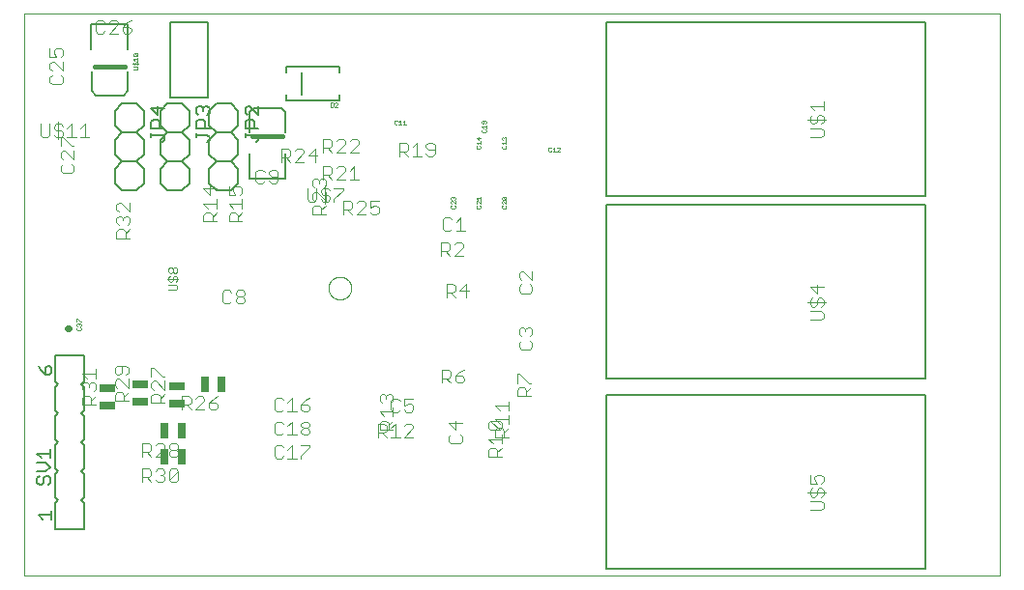
<source format=gto>
G75*
%MOIN*%
%OFA0B0*%
%FSLAX25Y25*%
%IPPOS*%
%LPD*%
%AMOC8*
5,1,8,0,0,1.08239X$1,22.5*
%
%ADD10C,0.00000*%
%ADD11C,0.00400*%
%ADD12C,0.00100*%
%ADD13C,0.00800*%
%ADD14C,0.01575*%
%ADD15C,0.00600*%
%ADD16C,0.00500*%
%ADD17R,0.02559X0.05512*%
%ADD18R,0.05512X0.02559*%
%ADD19C,0.00300*%
%ADD20C,0.02200*%
D10*
X0047976Y0001000D02*
X0047976Y0195000D01*
X0384226Y0195000D01*
X0384226Y0001000D01*
X0047976Y0001000D01*
X0152789Y0100375D02*
X0152791Y0100500D01*
X0152797Y0100625D01*
X0152807Y0100749D01*
X0152821Y0100873D01*
X0152838Y0100997D01*
X0152860Y0101120D01*
X0152886Y0101242D01*
X0152915Y0101364D01*
X0152948Y0101484D01*
X0152986Y0101603D01*
X0153026Y0101722D01*
X0153071Y0101838D01*
X0153119Y0101953D01*
X0153171Y0102067D01*
X0153227Y0102179D01*
X0153286Y0102289D01*
X0153348Y0102397D01*
X0153414Y0102504D01*
X0153483Y0102608D01*
X0153556Y0102709D01*
X0153631Y0102809D01*
X0153710Y0102906D01*
X0153792Y0103000D01*
X0153877Y0103092D01*
X0153964Y0103181D01*
X0154055Y0103267D01*
X0154148Y0103350D01*
X0154244Y0103431D01*
X0154342Y0103508D01*
X0154442Y0103582D01*
X0154545Y0103653D01*
X0154650Y0103720D01*
X0154758Y0103785D01*
X0154867Y0103845D01*
X0154978Y0103903D01*
X0155091Y0103956D01*
X0155205Y0104006D01*
X0155321Y0104053D01*
X0155438Y0104095D01*
X0155557Y0104134D01*
X0155677Y0104170D01*
X0155798Y0104201D01*
X0155920Y0104229D01*
X0156042Y0104252D01*
X0156166Y0104272D01*
X0156290Y0104288D01*
X0156414Y0104300D01*
X0156539Y0104308D01*
X0156664Y0104312D01*
X0156788Y0104312D01*
X0156913Y0104308D01*
X0157038Y0104300D01*
X0157162Y0104288D01*
X0157286Y0104272D01*
X0157410Y0104252D01*
X0157532Y0104229D01*
X0157654Y0104201D01*
X0157775Y0104170D01*
X0157895Y0104134D01*
X0158014Y0104095D01*
X0158131Y0104053D01*
X0158247Y0104006D01*
X0158361Y0103956D01*
X0158474Y0103903D01*
X0158585Y0103845D01*
X0158695Y0103785D01*
X0158802Y0103720D01*
X0158907Y0103653D01*
X0159010Y0103582D01*
X0159110Y0103508D01*
X0159208Y0103431D01*
X0159304Y0103350D01*
X0159397Y0103267D01*
X0159488Y0103181D01*
X0159575Y0103092D01*
X0159660Y0103000D01*
X0159742Y0102906D01*
X0159821Y0102809D01*
X0159896Y0102709D01*
X0159969Y0102608D01*
X0160038Y0102504D01*
X0160104Y0102397D01*
X0160166Y0102289D01*
X0160225Y0102179D01*
X0160281Y0102067D01*
X0160333Y0101953D01*
X0160381Y0101838D01*
X0160426Y0101722D01*
X0160466Y0101603D01*
X0160504Y0101484D01*
X0160537Y0101364D01*
X0160566Y0101242D01*
X0160592Y0101120D01*
X0160614Y0100997D01*
X0160631Y0100873D01*
X0160645Y0100749D01*
X0160655Y0100625D01*
X0160661Y0100500D01*
X0160663Y0100375D01*
X0160661Y0100250D01*
X0160655Y0100125D01*
X0160645Y0100001D01*
X0160631Y0099877D01*
X0160614Y0099753D01*
X0160592Y0099630D01*
X0160566Y0099508D01*
X0160537Y0099386D01*
X0160504Y0099266D01*
X0160466Y0099147D01*
X0160426Y0099028D01*
X0160381Y0098912D01*
X0160333Y0098797D01*
X0160281Y0098683D01*
X0160225Y0098571D01*
X0160166Y0098461D01*
X0160104Y0098353D01*
X0160038Y0098246D01*
X0159969Y0098142D01*
X0159896Y0098041D01*
X0159821Y0097941D01*
X0159742Y0097844D01*
X0159660Y0097750D01*
X0159575Y0097658D01*
X0159488Y0097569D01*
X0159397Y0097483D01*
X0159304Y0097400D01*
X0159208Y0097319D01*
X0159110Y0097242D01*
X0159010Y0097168D01*
X0158907Y0097097D01*
X0158802Y0097030D01*
X0158694Y0096965D01*
X0158585Y0096905D01*
X0158474Y0096847D01*
X0158361Y0096794D01*
X0158247Y0096744D01*
X0158131Y0096697D01*
X0158014Y0096655D01*
X0157895Y0096616D01*
X0157775Y0096580D01*
X0157654Y0096549D01*
X0157532Y0096521D01*
X0157410Y0096498D01*
X0157286Y0096478D01*
X0157162Y0096462D01*
X0157038Y0096450D01*
X0156913Y0096442D01*
X0156788Y0096438D01*
X0156664Y0096438D01*
X0156539Y0096442D01*
X0156414Y0096450D01*
X0156290Y0096462D01*
X0156166Y0096478D01*
X0156042Y0096498D01*
X0155920Y0096521D01*
X0155798Y0096549D01*
X0155677Y0096580D01*
X0155557Y0096616D01*
X0155438Y0096655D01*
X0155321Y0096697D01*
X0155205Y0096744D01*
X0155091Y0096794D01*
X0154978Y0096847D01*
X0154867Y0096905D01*
X0154757Y0096965D01*
X0154650Y0097030D01*
X0154545Y0097097D01*
X0154442Y0097168D01*
X0154342Y0097242D01*
X0154244Y0097319D01*
X0154148Y0097400D01*
X0154055Y0097483D01*
X0153964Y0097569D01*
X0153877Y0097658D01*
X0153792Y0097750D01*
X0153710Y0097844D01*
X0153631Y0097941D01*
X0153556Y0098041D01*
X0153483Y0098142D01*
X0153414Y0098246D01*
X0153348Y0098353D01*
X0153286Y0098461D01*
X0153227Y0098571D01*
X0153171Y0098683D01*
X0153119Y0098797D01*
X0153071Y0098912D01*
X0153026Y0099028D01*
X0152986Y0099147D01*
X0152948Y0099266D01*
X0152915Y0099386D01*
X0152886Y0099508D01*
X0152860Y0099630D01*
X0152838Y0099753D01*
X0152821Y0099877D01*
X0152807Y0100001D01*
X0152797Y0100125D01*
X0152791Y0100250D01*
X0152789Y0100375D01*
D11*
X0123891Y0098912D02*
X0123891Y0098144D01*
X0123124Y0097377D01*
X0121589Y0097377D01*
X0120822Y0098144D01*
X0120822Y0098912D01*
X0121589Y0099679D01*
X0123124Y0099679D01*
X0123891Y0098912D01*
X0123124Y0097377D02*
X0123891Y0096610D01*
X0123891Y0095842D01*
X0123124Y0095075D01*
X0121589Y0095075D01*
X0120822Y0095842D01*
X0120822Y0096610D01*
X0121589Y0097377D01*
X0119287Y0098912D02*
X0118520Y0099679D01*
X0116985Y0099679D01*
X0116218Y0098912D01*
X0116218Y0095842D01*
X0116985Y0095075D01*
X0118520Y0095075D01*
X0119287Y0095842D01*
X0095508Y0069908D02*
X0092439Y0072977D01*
X0091672Y0072977D01*
X0091672Y0069908D01*
X0092439Y0068373D02*
X0091672Y0067606D01*
X0091672Y0066071D01*
X0092439Y0065304D01*
X0092439Y0063769D02*
X0093974Y0063769D01*
X0094741Y0063002D01*
X0094741Y0060700D01*
X0094741Y0062235D02*
X0096276Y0063769D01*
X0096276Y0065304D02*
X0093206Y0068373D01*
X0092439Y0068373D01*
X0095508Y0069908D02*
X0096276Y0069908D01*
X0096276Y0068373D02*
X0096276Y0065304D01*
X0092439Y0063769D02*
X0091672Y0063002D01*
X0091672Y0060700D01*
X0096276Y0060700D01*
X0102364Y0059985D02*
X0104666Y0059985D01*
X0105433Y0060752D01*
X0105433Y0062287D01*
X0104666Y0063054D01*
X0102364Y0063054D01*
X0102364Y0058450D01*
X0103899Y0059985D02*
X0105433Y0058450D01*
X0106968Y0058450D02*
X0110037Y0061519D01*
X0110037Y0062287D01*
X0109270Y0063054D01*
X0107735Y0063054D01*
X0106968Y0062287D01*
X0111572Y0060752D02*
X0113874Y0060752D01*
X0114641Y0059985D01*
X0114641Y0059217D01*
X0113874Y0058450D01*
X0112339Y0058450D01*
X0111572Y0059217D01*
X0111572Y0060752D01*
X0113106Y0062287D01*
X0114641Y0063054D01*
X0110037Y0058450D02*
X0106968Y0058450D01*
X0100124Y0046804D02*
X0100891Y0046037D01*
X0100891Y0045269D01*
X0100124Y0044502D01*
X0098589Y0044502D01*
X0097822Y0045269D01*
X0097822Y0046037D01*
X0098589Y0046804D01*
X0100124Y0046804D01*
X0100124Y0044502D02*
X0100891Y0043735D01*
X0100891Y0042967D01*
X0100124Y0042200D01*
X0098589Y0042200D01*
X0097822Y0042967D01*
X0097822Y0043735D01*
X0098589Y0044502D01*
X0096287Y0045269D02*
X0093218Y0042200D01*
X0096287Y0042200D01*
X0091683Y0042200D02*
X0090149Y0043735D01*
X0090916Y0043735D02*
X0088614Y0043735D01*
X0088614Y0042200D02*
X0088614Y0046804D01*
X0090916Y0046804D01*
X0091683Y0046037D01*
X0091683Y0044502D01*
X0090916Y0043735D01*
X0093218Y0046037D02*
X0093985Y0046804D01*
X0095520Y0046804D01*
X0096287Y0046037D01*
X0096287Y0045269D01*
X0095520Y0038054D02*
X0096287Y0037287D01*
X0096287Y0036519D01*
X0095520Y0035752D01*
X0096287Y0034985D01*
X0096287Y0034217D01*
X0095520Y0033450D01*
X0093985Y0033450D01*
X0093218Y0034217D01*
X0091683Y0033450D02*
X0090149Y0034985D01*
X0090916Y0034985D02*
X0088614Y0034985D01*
X0088614Y0033450D02*
X0088614Y0038054D01*
X0090916Y0038054D01*
X0091683Y0037287D01*
X0091683Y0035752D01*
X0090916Y0034985D01*
X0094752Y0035752D02*
X0095520Y0035752D01*
X0095520Y0038054D02*
X0093985Y0038054D01*
X0093218Y0037287D01*
X0097822Y0037287D02*
X0098589Y0038054D01*
X0100124Y0038054D01*
X0100891Y0037287D01*
X0097822Y0034217D01*
X0098589Y0033450D01*
X0100124Y0033450D01*
X0100891Y0034217D01*
X0100891Y0037287D01*
X0097822Y0037287D02*
X0097822Y0034217D01*
X0134114Y0042342D02*
X0134881Y0041575D01*
X0136416Y0041575D01*
X0137183Y0042342D01*
X0138718Y0041575D02*
X0141787Y0041575D01*
X0140252Y0041575D02*
X0140252Y0046179D01*
X0138718Y0044644D01*
X0137183Y0045412D02*
X0136416Y0046179D01*
X0134881Y0046179D01*
X0134114Y0045412D01*
X0134114Y0042342D01*
X0143322Y0042342D02*
X0143322Y0041575D01*
X0143322Y0042342D02*
X0146391Y0045412D01*
X0146391Y0046179D01*
X0143322Y0046179D01*
X0144089Y0049700D02*
X0143322Y0050467D01*
X0143322Y0051235D01*
X0144089Y0052002D01*
X0145624Y0052002D01*
X0146391Y0051235D01*
X0146391Y0050467D01*
X0145624Y0049700D01*
X0144089Y0049700D01*
X0141787Y0049700D02*
X0138718Y0049700D01*
X0140252Y0049700D02*
X0140252Y0054304D01*
X0138718Y0052769D01*
X0137183Y0053537D02*
X0136416Y0054304D01*
X0134881Y0054304D01*
X0134114Y0053537D01*
X0134114Y0050467D01*
X0134881Y0049700D01*
X0136416Y0049700D01*
X0137183Y0050467D01*
X0143322Y0052769D02*
X0143322Y0053537D01*
X0144089Y0054304D01*
X0145624Y0054304D01*
X0146391Y0053537D01*
X0146391Y0052769D01*
X0145624Y0052002D01*
X0144089Y0052002D02*
X0143322Y0052769D01*
X0144089Y0057825D02*
X0145624Y0057825D01*
X0146391Y0058592D01*
X0146391Y0059360D01*
X0145624Y0060127D01*
X0143322Y0060127D01*
X0143322Y0058592D01*
X0144089Y0057825D01*
X0141787Y0057825D02*
X0138718Y0057825D01*
X0140252Y0057825D02*
X0140252Y0062429D01*
X0138718Y0060894D01*
X0137183Y0061662D02*
X0136416Y0062429D01*
X0134881Y0062429D01*
X0134114Y0061662D01*
X0134114Y0058592D01*
X0134881Y0057825D01*
X0136416Y0057825D01*
X0137183Y0058592D01*
X0143322Y0060127D02*
X0144856Y0061662D01*
X0146391Y0062429D01*
X0170422Y0063023D02*
X0170422Y0061488D01*
X0171189Y0060721D01*
X0172724Y0062256D02*
X0172724Y0063023D01*
X0173491Y0063790D01*
X0174258Y0063790D01*
X0175026Y0063023D01*
X0175026Y0061488D01*
X0174258Y0060721D01*
X0174343Y0061412D02*
X0174343Y0058342D01*
X0175110Y0057575D01*
X0176645Y0057575D01*
X0177412Y0058342D01*
X0178947Y0058342D02*
X0179714Y0057575D01*
X0181249Y0057575D01*
X0182016Y0058342D01*
X0182016Y0059877D01*
X0181249Y0060644D01*
X0180481Y0060644D01*
X0178947Y0059877D01*
X0178947Y0062179D01*
X0182016Y0062179D01*
X0177412Y0061412D02*
X0176645Y0062179D01*
X0175110Y0062179D01*
X0174343Y0061412D01*
X0172724Y0063023D02*
X0171956Y0063790D01*
X0171189Y0063790D01*
X0170422Y0063023D01*
X0175026Y0059186D02*
X0175026Y0056117D01*
X0175026Y0054582D02*
X0173491Y0053048D01*
X0172808Y0052787D02*
X0172808Y0051252D01*
X0172041Y0050485D01*
X0169739Y0050485D01*
X0170422Y0051513D02*
X0170422Y0053815D01*
X0171189Y0054582D01*
X0172724Y0054582D01*
X0173491Y0053815D01*
X0173491Y0051513D01*
X0174343Y0052019D02*
X0175877Y0053554D01*
X0175877Y0048950D01*
X0174343Y0048950D02*
X0177412Y0048950D01*
X0178947Y0048950D02*
X0182016Y0052019D01*
X0182016Y0052787D01*
X0181249Y0053554D01*
X0179714Y0053554D01*
X0178947Y0052787D01*
X0175026Y0051513D02*
X0170422Y0051513D01*
X0171274Y0050485D02*
X0172808Y0048950D01*
X0169739Y0048950D02*
X0169739Y0053554D01*
X0172041Y0053554D01*
X0172808Y0052787D01*
X0171956Y0056117D02*
X0170422Y0057652D01*
X0175026Y0057652D01*
X0178947Y0048950D02*
X0182016Y0048950D01*
X0194297Y0049044D02*
X0194297Y0047509D01*
X0195064Y0046742D01*
X0198133Y0046742D01*
X0198901Y0047509D01*
X0198901Y0049044D01*
X0198133Y0049811D01*
X0196599Y0051346D02*
X0196599Y0054415D01*
X0198901Y0053648D02*
X0194297Y0053648D01*
X0196599Y0051346D01*
X0195064Y0049811D02*
X0194297Y0049044D01*
X0207922Y0048277D02*
X0212526Y0048277D01*
X0213366Y0048950D02*
X0213366Y0051252D01*
X0212599Y0052019D01*
X0211064Y0052019D01*
X0210297Y0051252D01*
X0210297Y0048950D01*
X0214901Y0048950D01*
X0213366Y0050485D02*
X0214901Y0052019D01*
X0214901Y0053554D02*
X0214901Y0056623D01*
X0214901Y0055089D02*
X0210297Y0055089D01*
X0211831Y0053554D01*
X0212526Y0053648D02*
X0211758Y0054415D01*
X0208689Y0054415D01*
X0211758Y0051346D01*
X0212526Y0052113D01*
X0212526Y0053648D01*
X0211758Y0051346D02*
X0208689Y0051346D01*
X0207922Y0052113D01*
X0207922Y0053648D01*
X0208689Y0054415D01*
X0211831Y0058158D02*
X0210297Y0059692D01*
X0214901Y0059692D01*
X0214901Y0058158D02*
X0214901Y0061227D01*
X0217922Y0062992D02*
X0217922Y0065294D01*
X0218689Y0066061D01*
X0220224Y0066061D01*
X0220991Y0065294D01*
X0220991Y0062992D01*
X0222526Y0062992D02*
X0217922Y0062992D01*
X0220991Y0064527D02*
X0222526Y0066061D01*
X0222526Y0067596D02*
X0221758Y0067596D01*
X0218689Y0070665D01*
X0217922Y0070665D01*
X0217922Y0067596D01*
X0199516Y0068467D02*
X0199516Y0069235D01*
X0198749Y0070002D01*
X0196447Y0070002D01*
X0196447Y0068467D01*
X0197214Y0067700D01*
X0198749Y0067700D01*
X0199516Y0068467D01*
X0196447Y0070002D02*
X0197981Y0071537D01*
X0199516Y0072304D01*
X0194912Y0071537D02*
X0194912Y0070002D01*
X0194145Y0069235D01*
X0191843Y0069235D01*
X0193377Y0069235D02*
X0194912Y0067700D01*
X0191843Y0067700D02*
X0191843Y0072304D01*
X0194145Y0072304D01*
X0194912Y0071537D01*
X0218422Y0080009D02*
X0219189Y0079242D01*
X0222258Y0079242D01*
X0223026Y0080009D01*
X0223026Y0081544D01*
X0222258Y0082311D01*
X0222258Y0083846D02*
X0223026Y0084613D01*
X0223026Y0086148D01*
X0222258Y0086915D01*
X0221491Y0086915D01*
X0220724Y0086148D01*
X0220724Y0085381D01*
X0220724Y0086148D02*
X0219956Y0086915D01*
X0219189Y0086915D01*
X0218422Y0086148D01*
X0218422Y0084613D01*
X0219189Y0083846D01*
X0219189Y0082311D02*
X0218422Y0081544D01*
X0218422Y0080009D01*
X0200332Y0097200D02*
X0200332Y0101804D01*
X0198030Y0099502D01*
X0201099Y0099502D01*
X0196495Y0099502D02*
X0196495Y0101037D01*
X0195728Y0101804D01*
X0193426Y0101804D01*
X0193426Y0097200D01*
X0193426Y0098735D02*
X0195728Y0098735D01*
X0196495Y0099502D01*
X0194960Y0098735D02*
X0196495Y0097200D01*
X0218422Y0099384D02*
X0219189Y0098617D01*
X0222258Y0098617D01*
X0223026Y0099384D01*
X0223026Y0100919D01*
X0222258Y0101686D01*
X0223026Y0103221D02*
X0219956Y0106290D01*
X0219189Y0106290D01*
X0218422Y0105523D01*
X0218422Y0103988D01*
X0219189Y0103221D01*
X0219189Y0101686D02*
X0218422Y0100919D01*
X0218422Y0099384D01*
X0223026Y0103221D02*
X0223026Y0106290D01*
X0199224Y0111575D02*
X0196155Y0111575D01*
X0199224Y0114644D01*
X0199224Y0115412D01*
X0198457Y0116179D01*
X0196922Y0116179D01*
X0196155Y0115412D01*
X0194620Y0115412D02*
X0194620Y0113877D01*
X0193853Y0113110D01*
X0191551Y0113110D01*
X0193085Y0113110D02*
X0194620Y0111575D01*
X0191551Y0111575D02*
X0191551Y0116179D01*
X0193853Y0116179D01*
X0194620Y0115412D01*
X0194478Y0120200D02*
X0195245Y0120967D01*
X0194478Y0120200D02*
X0192943Y0120200D01*
X0192176Y0120967D01*
X0192176Y0124037D01*
X0192943Y0124804D01*
X0194478Y0124804D01*
X0195245Y0124037D01*
X0196780Y0123269D02*
X0198314Y0124804D01*
X0198314Y0120200D01*
X0196780Y0120200D02*
X0199849Y0120200D01*
X0170141Y0126592D02*
X0169374Y0125825D01*
X0167839Y0125825D01*
X0167072Y0126592D01*
X0167072Y0128127D02*
X0168606Y0128894D01*
X0169374Y0128894D01*
X0170141Y0128127D01*
X0170141Y0126592D01*
X0167072Y0128127D02*
X0167072Y0130429D01*
X0170141Y0130429D01*
X0165537Y0129662D02*
X0165537Y0128894D01*
X0162468Y0125825D01*
X0165537Y0125825D01*
X0160933Y0125825D02*
X0159399Y0127360D01*
X0160166Y0127360D02*
X0157864Y0127360D01*
X0157864Y0125825D02*
X0157864Y0130429D01*
X0160166Y0130429D01*
X0160933Y0129662D01*
X0160933Y0128127D01*
X0160166Y0127360D01*
X0162468Y0129662D02*
X0163235Y0130429D01*
X0164770Y0130429D01*
X0165537Y0129662D01*
X0157785Y0134136D02*
X0154716Y0131067D01*
X0154716Y0130299D01*
X0153182Y0131067D02*
X0153182Y0131834D01*
X0152414Y0132601D01*
X0150880Y0132601D01*
X0150112Y0133369D01*
X0150112Y0134136D01*
X0150880Y0134903D01*
X0152414Y0134903D01*
X0153182Y0134136D01*
X0151901Y0133561D02*
X0151901Y0130492D01*
X0148831Y0133561D01*
X0148064Y0133561D01*
X0147297Y0132794D01*
X0147297Y0131259D01*
X0148064Y0130492D01*
X0147810Y0130299D02*
X0148578Y0131067D01*
X0148578Y0134903D01*
X0148064Y0135096D02*
X0147297Y0135863D01*
X0147297Y0137398D01*
X0148064Y0138165D01*
X0148831Y0138165D01*
X0149599Y0137398D01*
X0150366Y0138165D01*
X0151133Y0138165D01*
X0151901Y0137398D01*
X0151901Y0135863D01*
X0151133Y0135096D01*
X0151647Y0135671D02*
X0151647Y0129532D01*
X0151901Y0128957D02*
X0150366Y0127423D01*
X0150366Y0128190D02*
X0150366Y0125888D01*
X0151901Y0125888D02*
X0147297Y0125888D01*
X0147297Y0128190D01*
X0148064Y0128957D01*
X0149599Y0128957D01*
X0150366Y0128190D01*
X0150880Y0130299D02*
X0150112Y0131067D01*
X0150880Y0130299D02*
X0152414Y0130299D01*
X0153182Y0131067D01*
X0147810Y0130299D02*
X0146276Y0130299D01*
X0145508Y0131067D01*
X0145508Y0134903D01*
X0149599Y0136631D02*
X0149599Y0137398D01*
X0150926Y0137825D02*
X0150926Y0142429D01*
X0153228Y0142429D01*
X0153995Y0141662D01*
X0153995Y0140127D01*
X0153228Y0139360D01*
X0150926Y0139360D01*
X0152460Y0139360D02*
X0153995Y0137825D01*
X0155530Y0137825D02*
X0158599Y0140894D01*
X0158599Y0141662D01*
X0157832Y0142429D01*
X0156297Y0142429D01*
X0155530Y0141662D01*
X0160134Y0140894D02*
X0161668Y0142429D01*
X0161668Y0137825D01*
X0160134Y0137825D02*
X0163203Y0137825D01*
X0158599Y0137825D02*
X0155530Y0137825D01*
X0154716Y0134903D02*
X0157785Y0134903D01*
X0157785Y0134136D01*
X0148124Y0143950D02*
X0148124Y0148554D01*
X0145822Y0146252D01*
X0148891Y0146252D01*
X0150926Y0147200D02*
X0150926Y0151804D01*
X0153228Y0151804D01*
X0153995Y0151037D01*
X0153995Y0149502D01*
X0153228Y0148735D01*
X0150926Y0148735D01*
X0152460Y0148735D02*
X0153995Y0147200D01*
X0155530Y0147200D02*
X0158599Y0150269D01*
X0158599Y0151037D01*
X0157832Y0151804D01*
X0156297Y0151804D01*
X0155530Y0151037D01*
X0160134Y0151037D02*
X0160901Y0151804D01*
X0162435Y0151804D01*
X0163203Y0151037D01*
X0163203Y0150269D01*
X0160134Y0147200D01*
X0163203Y0147200D01*
X0158599Y0147200D02*
X0155530Y0147200D01*
X0144287Y0147019D02*
X0144287Y0147787D01*
X0143520Y0148554D01*
X0141985Y0148554D01*
X0141218Y0147787D01*
X0139683Y0147787D02*
X0139683Y0146252D01*
X0138916Y0145485D01*
X0136614Y0145485D01*
X0138149Y0145485D02*
X0139683Y0143950D01*
X0141218Y0143950D02*
X0144287Y0147019D01*
X0139683Y0147787D02*
X0138916Y0148554D01*
X0136614Y0148554D01*
X0136614Y0143950D01*
X0134624Y0141242D02*
X0133089Y0141242D01*
X0132322Y0140475D01*
X0132322Y0139707D01*
X0133089Y0138940D01*
X0135391Y0138940D01*
X0135391Y0137405D02*
X0135391Y0140475D01*
X0134624Y0141242D01*
X0130787Y0140475D02*
X0130020Y0141242D01*
X0128485Y0141242D01*
X0127718Y0140475D01*
X0127718Y0137405D01*
X0128485Y0136638D01*
X0130020Y0136638D01*
X0130787Y0137405D01*
X0132322Y0137405D02*
X0133089Y0136638D01*
X0134624Y0136638D01*
X0135391Y0137405D01*
X0141218Y0143950D02*
X0144287Y0143950D01*
X0123026Y0134835D02*
X0123026Y0133300D01*
X0122258Y0132533D01*
X0120724Y0132533D02*
X0119956Y0134067D01*
X0119956Y0134835D01*
X0120724Y0135602D01*
X0122258Y0135602D01*
X0123026Y0134835D01*
X0120724Y0132533D02*
X0118422Y0132533D01*
X0118422Y0135602D01*
X0114276Y0134835D02*
X0109672Y0134835D01*
X0111974Y0132533D01*
X0111974Y0135602D01*
X0114276Y0130998D02*
X0114276Y0127929D01*
X0114276Y0129464D02*
X0109672Y0129464D01*
X0111206Y0127929D01*
X0110439Y0126394D02*
X0111974Y0126394D01*
X0112741Y0125627D01*
X0112741Y0123325D01*
X0112741Y0124860D02*
X0114276Y0126394D01*
X0110439Y0126394D02*
X0109672Y0125627D01*
X0109672Y0123325D01*
X0114276Y0123325D01*
X0118422Y0123325D02*
X0118422Y0125627D01*
X0119189Y0126394D01*
X0120724Y0126394D01*
X0121491Y0125627D01*
X0121491Y0123325D01*
X0121491Y0124860D02*
X0123026Y0126394D01*
X0123026Y0127929D02*
X0123026Y0130998D01*
X0123026Y0129464D02*
X0118422Y0129464D01*
X0119956Y0127929D01*
X0118422Y0123325D02*
X0123026Y0123325D01*
X0084276Y0123009D02*
X0083508Y0122242D01*
X0084276Y0123009D02*
X0084276Y0124544D01*
X0083508Y0125311D01*
X0082741Y0125311D01*
X0081974Y0124544D01*
X0081974Y0123777D01*
X0081974Y0124544D02*
X0081206Y0125311D01*
X0080439Y0125311D01*
X0079672Y0124544D01*
X0079672Y0123009D01*
X0080439Y0122242D01*
X0080439Y0120707D02*
X0081974Y0120707D01*
X0082741Y0119940D01*
X0082741Y0117638D01*
X0084276Y0117638D02*
X0079672Y0117638D01*
X0079672Y0119940D01*
X0080439Y0120707D01*
X0082741Y0119173D02*
X0084276Y0120707D01*
X0084276Y0126846D02*
X0081206Y0129915D01*
X0080439Y0129915D01*
X0079672Y0129148D01*
X0079672Y0127613D01*
X0080439Y0126846D01*
X0084276Y0126846D02*
X0084276Y0129915D01*
X0065026Y0140967D02*
X0065026Y0142502D01*
X0064258Y0143269D01*
X0065026Y0144804D02*
X0061956Y0147873D01*
X0061189Y0147873D01*
X0060422Y0147106D01*
X0060422Y0145571D01*
X0061189Y0144804D01*
X0061189Y0143269D02*
X0060422Y0142502D01*
X0060422Y0140967D01*
X0061189Y0140200D01*
X0064258Y0140200D01*
X0065026Y0140967D01*
X0065026Y0144804D02*
X0065026Y0147873D01*
X0065026Y0149408D02*
X0064258Y0149408D01*
X0061189Y0152477D01*
X0060422Y0152477D01*
X0060422Y0149408D01*
X0059648Y0151683D02*
X0059648Y0157821D01*
X0058881Y0157054D02*
X0060416Y0157054D01*
X0061183Y0156287D01*
X0060416Y0154752D02*
X0058881Y0154752D01*
X0058114Y0155519D01*
X0058114Y0156287D01*
X0058881Y0157054D01*
X0056579Y0157054D02*
X0056579Y0153217D01*
X0055812Y0152450D01*
X0054277Y0152450D01*
X0053510Y0153217D01*
X0053510Y0157054D01*
X0058114Y0153217D02*
X0058881Y0152450D01*
X0060416Y0152450D01*
X0061183Y0153217D01*
X0061183Y0153985D01*
X0060416Y0154752D01*
X0062718Y0155519D02*
X0064252Y0157054D01*
X0064252Y0152450D01*
X0062718Y0152450D02*
X0065787Y0152450D01*
X0067322Y0152450D02*
X0070391Y0152450D01*
X0068856Y0152450D02*
X0068856Y0157054D01*
X0067322Y0155519D01*
X0060508Y0170825D02*
X0057439Y0170825D01*
X0056672Y0171592D01*
X0056672Y0173127D01*
X0057439Y0173894D01*
X0057439Y0175429D02*
X0056672Y0176196D01*
X0056672Y0177731D01*
X0057439Y0178498D01*
X0058206Y0178498D01*
X0061276Y0175429D01*
X0061276Y0178498D01*
X0060508Y0180033D02*
X0061276Y0180800D01*
X0061276Y0182335D01*
X0060508Y0183102D01*
X0058974Y0183102D01*
X0058206Y0182335D01*
X0058206Y0181567D01*
X0058974Y0180033D01*
X0056672Y0180033D01*
X0056672Y0183102D01*
X0072551Y0189029D02*
X0073318Y0188262D01*
X0074853Y0188262D01*
X0075620Y0189029D01*
X0077155Y0188262D02*
X0080224Y0191331D01*
X0080224Y0192099D01*
X0079457Y0192866D01*
X0077922Y0192866D01*
X0077155Y0192099D01*
X0075620Y0192099D02*
X0074853Y0192866D01*
X0073318Y0192866D01*
X0072551Y0192099D01*
X0072551Y0189029D01*
X0077155Y0188262D02*
X0080224Y0188262D01*
X0081759Y0189029D02*
X0081759Y0190564D01*
X0084060Y0190564D01*
X0084828Y0189797D01*
X0084828Y0189029D01*
X0084060Y0188262D01*
X0082526Y0188262D01*
X0081759Y0189029D01*
X0081759Y0190564D02*
X0083293Y0192099D01*
X0084828Y0192866D01*
X0061276Y0173127D02*
X0060508Y0173894D01*
X0061276Y0173127D02*
X0061276Y0171592D01*
X0060508Y0170825D01*
X0177176Y0150554D02*
X0177176Y0145950D01*
X0177176Y0147485D02*
X0179478Y0147485D01*
X0180245Y0148252D01*
X0180245Y0149787D01*
X0179478Y0150554D01*
X0177176Y0150554D01*
X0178710Y0147485D02*
X0180245Y0145950D01*
X0181780Y0145950D02*
X0184849Y0145950D01*
X0183314Y0145950D02*
X0183314Y0150554D01*
X0181780Y0149019D01*
X0186384Y0149019D02*
X0187151Y0148252D01*
X0189453Y0148252D01*
X0189453Y0149787D02*
X0188685Y0150554D01*
X0187151Y0150554D01*
X0186384Y0149787D01*
X0186384Y0149019D01*
X0189453Y0149787D02*
X0189453Y0146717D01*
X0188685Y0145950D01*
X0187151Y0145950D01*
X0186384Y0146717D01*
X0318029Y0158589D02*
X0324168Y0158589D01*
X0323401Y0159356D02*
X0322633Y0160123D01*
X0321866Y0160123D01*
X0321099Y0159356D01*
X0321099Y0157821D01*
X0320331Y0157054D01*
X0319564Y0157054D01*
X0318797Y0157821D01*
X0318797Y0159356D01*
X0319564Y0160123D01*
X0320331Y0161658D02*
X0318797Y0163192D01*
X0323401Y0163192D01*
X0323401Y0161658D02*
X0323401Y0164727D01*
X0323401Y0159356D02*
X0323401Y0157821D01*
X0322633Y0157054D01*
X0322633Y0155519D02*
X0318797Y0155519D01*
X0322633Y0155519D02*
X0323401Y0154752D01*
X0323401Y0153217D01*
X0322633Y0152450D01*
X0318797Y0152450D01*
X0321099Y0101602D02*
X0321099Y0098533D01*
X0318797Y0100835D01*
X0323401Y0100835D01*
X0322633Y0096998D02*
X0321866Y0096998D01*
X0321099Y0096231D01*
X0321099Y0094696D01*
X0320331Y0093929D01*
X0319564Y0093929D01*
X0318797Y0094696D01*
X0318797Y0096231D01*
X0319564Y0096998D01*
X0318029Y0095464D02*
X0324168Y0095464D01*
X0323401Y0096231D02*
X0322633Y0096998D01*
X0323401Y0096231D02*
X0323401Y0094696D01*
X0322633Y0093929D01*
X0322633Y0092394D02*
X0318797Y0092394D01*
X0322633Y0092394D02*
X0323401Y0091627D01*
X0323401Y0090092D01*
X0322633Y0089325D01*
X0318797Y0089325D01*
X0318797Y0035977D02*
X0318797Y0032908D01*
X0321099Y0032908D01*
X0320331Y0034442D01*
X0320331Y0035210D01*
X0321099Y0035977D01*
X0322633Y0035977D01*
X0323401Y0035210D01*
X0323401Y0033675D01*
X0322633Y0032908D01*
X0322633Y0031373D02*
X0321866Y0031373D01*
X0321099Y0030606D01*
X0321099Y0029071D01*
X0320331Y0028304D01*
X0319564Y0028304D01*
X0318797Y0029071D01*
X0318797Y0030606D01*
X0319564Y0031373D01*
X0318029Y0029839D02*
X0324168Y0029839D01*
X0323401Y0030606D02*
X0323401Y0029071D01*
X0322633Y0028304D01*
X0322633Y0026769D02*
X0318797Y0026769D01*
X0318797Y0023700D02*
X0322633Y0023700D01*
X0323401Y0024467D01*
X0323401Y0026002D01*
X0322633Y0026769D01*
X0323401Y0030606D02*
X0322633Y0031373D01*
X0212526Y0042138D02*
X0207922Y0042138D01*
X0207922Y0044440D01*
X0208689Y0045207D01*
X0210224Y0045207D01*
X0210991Y0044440D01*
X0210991Y0042138D01*
X0210991Y0043673D02*
X0212526Y0045207D01*
X0212526Y0046742D02*
X0212526Y0049811D01*
X0209456Y0046742D02*
X0207922Y0048277D01*
X0083776Y0061325D02*
X0079172Y0061325D01*
X0079172Y0063627D01*
X0079939Y0064394D01*
X0081474Y0064394D01*
X0082241Y0063627D01*
X0082241Y0061325D01*
X0082241Y0062860D02*
X0083776Y0064394D01*
X0083776Y0065929D02*
X0080706Y0068998D01*
X0079939Y0068998D01*
X0079172Y0068231D01*
X0079172Y0066696D01*
X0079939Y0065929D01*
X0083776Y0065929D02*
X0083776Y0068998D01*
X0083008Y0070533D02*
X0083776Y0071300D01*
X0083776Y0072835D01*
X0083008Y0073602D01*
X0079939Y0073602D01*
X0079172Y0072835D01*
X0079172Y0071300D01*
X0079939Y0070533D01*
X0080706Y0070533D01*
X0081474Y0071300D01*
X0081474Y0073602D01*
X0072526Y0072352D02*
X0072526Y0069283D01*
X0072526Y0070817D02*
X0067922Y0070817D01*
X0069456Y0069283D01*
X0069456Y0067748D02*
X0068689Y0067748D01*
X0067922Y0066981D01*
X0067922Y0065446D01*
X0068689Y0064679D01*
X0068689Y0063144D02*
X0070224Y0063144D01*
X0070991Y0062377D01*
X0070991Y0060075D01*
X0070991Y0061610D02*
X0072526Y0063144D01*
X0071758Y0064679D02*
X0072526Y0065446D01*
X0072526Y0066981D01*
X0071758Y0067748D01*
X0070991Y0067748D01*
X0070224Y0066981D01*
X0070224Y0066214D01*
X0070224Y0066981D02*
X0069456Y0067748D01*
X0068689Y0063144D02*
X0067922Y0062377D01*
X0067922Y0060075D01*
X0072526Y0060075D01*
D12*
X0067275Y0085755D02*
X0067526Y0086005D01*
X0067526Y0086506D01*
X0067275Y0086756D01*
X0067275Y0087228D02*
X0067526Y0087479D01*
X0067526Y0087979D01*
X0067275Y0088229D01*
X0067025Y0088229D01*
X0066775Y0087979D01*
X0066775Y0087729D01*
X0066775Y0087979D02*
X0066525Y0088229D01*
X0066275Y0088229D01*
X0066024Y0087979D01*
X0066024Y0087479D01*
X0066275Y0087228D01*
X0066275Y0086756D02*
X0066024Y0086506D01*
X0066024Y0086005D01*
X0066275Y0085755D01*
X0067275Y0085755D01*
X0067275Y0088702D02*
X0067526Y0088702D01*
X0067275Y0088702D02*
X0066275Y0089703D01*
X0066024Y0089703D01*
X0066024Y0088702D01*
X0195049Y0128175D02*
X0195300Y0127925D01*
X0196300Y0127925D01*
X0196551Y0128175D01*
X0196551Y0128676D01*
X0196300Y0128926D01*
X0196551Y0129398D02*
X0195550Y0130399D01*
X0195300Y0130399D01*
X0195049Y0130149D01*
X0195049Y0129648D01*
X0195300Y0129398D01*
X0195300Y0128926D02*
X0195049Y0128676D01*
X0195049Y0128175D01*
X0196551Y0129398D02*
X0196551Y0130399D01*
X0196300Y0130872D02*
X0196551Y0131122D01*
X0196551Y0131622D01*
X0196300Y0131872D01*
X0196050Y0131872D01*
X0195800Y0131622D01*
X0195800Y0131372D01*
X0195800Y0131622D02*
X0195550Y0131872D01*
X0195300Y0131872D01*
X0195049Y0131622D01*
X0195049Y0131122D01*
X0195300Y0130872D01*
X0203799Y0131372D02*
X0205301Y0131372D01*
X0205301Y0130872D02*
X0205301Y0131872D01*
X0204300Y0130872D02*
X0203799Y0131372D01*
X0204050Y0130399D02*
X0203799Y0130149D01*
X0203799Y0129648D01*
X0204050Y0129398D01*
X0204050Y0128926D02*
X0203799Y0128676D01*
X0203799Y0128175D01*
X0204050Y0127925D01*
X0205050Y0127925D01*
X0205301Y0128175D01*
X0205301Y0128676D01*
X0205050Y0128926D01*
X0205301Y0129398D02*
X0204300Y0130399D01*
X0204050Y0130399D01*
X0205301Y0130399D02*
X0205301Y0129398D01*
X0212549Y0129648D02*
X0212800Y0129398D01*
X0212549Y0129648D02*
X0212549Y0130149D01*
X0212800Y0130399D01*
X0213050Y0130399D01*
X0214051Y0129398D01*
X0214051Y0130399D01*
X0213800Y0130872D02*
X0212800Y0131872D01*
X0213800Y0131872D01*
X0214051Y0131622D01*
X0214051Y0131122D01*
X0213800Y0130872D01*
X0212800Y0130872D01*
X0212549Y0131122D01*
X0212549Y0131622D01*
X0212800Y0131872D01*
X0212800Y0128926D02*
X0212549Y0128676D01*
X0212549Y0128175D01*
X0212800Y0127925D01*
X0213800Y0127925D01*
X0214051Y0128175D01*
X0214051Y0128676D01*
X0213800Y0128926D01*
X0213800Y0148550D02*
X0214051Y0148800D01*
X0214051Y0149301D01*
X0213800Y0149551D01*
X0214051Y0150023D02*
X0214051Y0151024D01*
X0214051Y0150524D02*
X0212549Y0150524D01*
X0213050Y0150023D01*
X0212800Y0149551D02*
X0212549Y0149301D01*
X0212549Y0148800D01*
X0212800Y0148550D01*
X0213800Y0148550D01*
X0213800Y0151497D02*
X0214051Y0151747D01*
X0214051Y0152247D01*
X0213800Y0152497D01*
X0213550Y0152497D01*
X0213300Y0152247D01*
X0213300Y0151997D01*
X0213300Y0152247D02*
X0213050Y0152497D01*
X0212800Y0152497D01*
X0212549Y0152247D01*
X0212549Y0151747D01*
X0212800Y0151497D01*
X0207151Y0154380D02*
X0207151Y0154881D01*
X0206900Y0155131D01*
X0207151Y0155603D02*
X0207151Y0156604D01*
X0207151Y0156104D02*
X0205649Y0156104D01*
X0206150Y0155603D01*
X0205900Y0155131D02*
X0205649Y0154881D01*
X0205649Y0154380D01*
X0205900Y0154130D01*
X0206900Y0154130D01*
X0207151Y0154380D01*
X0205301Y0152247D02*
X0203799Y0152247D01*
X0204550Y0151497D01*
X0204550Y0152497D01*
X0205301Y0151024D02*
X0205301Y0150023D01*
X0205301Y0150524D02*
X0203799Y0150524D01*
X0204300Y0150023D01*
X0204050Y0149551D02*
X0203799Y0149301D01*
X0203799Y0148800D01*
X0204050Y0148550D01*
X0205050Y0148550D01*
X0205301Y0148800D01*
X0205301Y0149301D01*
X0205050Y0149551D01*
X0205900Y0157077D02*
X0206150Y0157077D01*
X0206400Y0157327D01*
X0206400Y0158078D01*
X0205900Y0158078D02*
X0205649Y0157827D01*
X0205649Y0157327D01*
X0205900Y0157077D01*
X0206900Y0157077D02*
X0207151Y0157327D01*
X0207151Y0157827D01*
X0206900Y0158078D01*
X0205900Y0158078D01*
X0228651Y0148676D02*
X0228651Y0147675D01*
X0228901Y0147425D01*
X0229401Y0147425D01*
X0229652Y0147675D01*
X0230124Y0147425D02*
X0231125Y0147425D01*
X0231597Y0147425D02*
X0232598Y0148426D01*
X0232598Y0148676D01*
X0232348Y0148926D01*
X0231847Y0148926D01*
X0231597Y0148676D01*
X0230624Y0148926D02*
X0230624Y0147425D01*
X0231597Y0147425D02*
X0232598Y0147425D01*
X0230624Y0148926D02*
X0230124Y0148426D01*
X0229652Y0148676D02*
X0229401Y0148926D01*
X0228901Y0148926D01*
X0228651Y0148676D01*
X0179473Y0156800D02*
X0178472Y0156800D01*
X0178000Y0156800D02*
X0176999Y0156800D01*
X0177499Y0156800D02*
X0177499Y0158301D01*
X0176999Y0157801D01*
X0176527Y0158051D02*
X0176276Y0158301D01*
X0175776Y0158301D01*
X0175526Y0158051D01*
X0175526Y0157050D01*
X0175776Y0156800D01*
X0176276Y0156800D01*
X0176527Y0157050D01*
X0178472Y0157801D02*
X0178973Y0158301D01*
X0178973Y0156800D01*
X0155928Y0162950D02*
X0154927Y0162950D01*
X0155928Y0163951D01*
X0155928Y0164201D01*
X0155678Y0164451D01*
X0155178Y0164451D01*
X0154927Y0164201D01*
X0154455Y0164201D02*
X0154205Y0164451D01*
X0153454Y0164451D01*
X0153454Y0162950D01*
X0154205Y0162950D01*
X0154455Y0163200D01*
X0154455Y0164201D01*
X0087051Y0176175D02*
X0087051Y0176676D01*
X0086800Y0176926D01*
X0085549Y0176926D01*
X0085800Y0177398D02*
X0085549Y0177648D01*
X0085549Y0178149D01*
X0085800Y0178399D01*
X0086050Y0178872D02*
X0085549Y0179372D01*
X0087051Y0179372D01*
X0087051Y0178872D02*
X0087051Y0179872D01*
X0086800Y0180345D02*
X0085800Y0181346D01*
X0086800Y0181346D01*
X0087051Y0181095D01*
X0087051Y0180595D01*
X0086800Y0180345D01*
X0085800Y0180345D01*
X0085549Y0180595D01*
X0085549Y0181095D01*
X0085800Y0181346D01*
X0086550Y0178399D02*
X0086300Y0178149D01*
X0086300Y0177648D01*
X0086050Y0177398D01*
X0085800Y0177398D01*
X0085299Y0177899D02*
X0087301Y0177899D01*
X0087051Y0178149D02*
X0086800Y0178399D01*
X0086550Y0178399D01*
X0087051Y0178149D02*
X0087051Y0177648D01*
X0086800Y0177398D01*
X0087051Y0176175D02*
X0086800Y0175925D01*
X0085549Y0175925D01*
D13*
X0083453Y0175188D02*
X0083453Y0168495D01*
X0082272Y0166920D01*
X0072626Y0166920D01*
X0071248Y0168495D01*
X0071248Y0175188D01*
X0071051Y0182668D02*
X0071051Y0191330D01*
X0083453Y0191330D01*
X0083453Y0182668D01*
X0098351Y0192025D02*
X0098351Y0166225D01*
X0111351Y0166225D01*
X0111351Y0192025D01*
X0098351Y0192025D01*
X0138296Y0176709D02*
X0138296Y0174937D01*
X0138296Y0176709D02*
X0156406Y0176709D01*
X0156406Y0174937D01*
X0143414Y0174937D02*
X0143414Y0167063D01*
X0138296Y0167063D02*
X0138296Y0165291D01*
X0156406Y0165291D01*
X0156406Y0167063D01*
X0137828Y0161005D02*
X0136450Y0162580D01*
X0126804Y0162580D01*
X0125623Y0161005D01*
X0125623Y0154312D01*
X0137828Y0154312D02*
X0137828Y0161005D01*
X0138025Y0146832D02*
X0138025Y0138170D01*
X0125623Y0138170D01*
X0125623Y0146832D01*
D14*
X0126564Y0152773D02*
X0136789Y0152773D01*
X0082512Y0176727D02*
X0072288Y0176727D01*
D15*
X0081726Y0164125D02*
X0079226Y0161625D01*
X0079226Y0156625D01*
X0081726Y0154125D01*
X0079226Y0151625D01*
X0079226Y0146625D01*
X0081726Y0144125D01*
X0079226Y0141625D01*
X0079226Y0136625D01*
X0081726Y0134125D01*
X0086726Y0134125D01*
X0089226Y0136625D01*
X0089226Y0141625D01*
X0086726Y0144125D01*
X0081726Y0144125D01*
X0086726Y0144125D02*
X0089226Y0146625D01*
X0089226Y0151625D01*
X0086726Y0154125D01*
X0081726Y0154125D01*
X0086726Y0154125D02*
X0089226Y0156625D01*
X0089226Y0161625D01*
X0086726Y0164125D01*
X0081726Y0164125D01*
X0094851Y0161625D02*
X0094851Y0156625D01*
X0097351Y0154125D01*
X0094851Y0151625D01*
X0094851Y0146625D01*
X0097351Y0144125D01*
X0094851Y0141625D01*
X0094851Y0136625D01*
X0097351Y0134125D01*
X0102351Y0134125D01*
X0104851Y0136625D01*
X0104851Y0141625D01*
X0102351Y0144125D01*
X0097351Y0144125D01*
X0102351Y0144125D02*
X0104851Y0146625D01*
X0104851Y0151625D01*
X0102351Y0154125D01*
X0097351Y0154125D01*
X0102351Y0154125D02*
X0104851Y0156625D01*
X0104851Y0161625D01*
X0102351Y0164125D01*
X0097351Y0164125D01*
X0094851Y0161625D01*
X0111726Y0161625D02*
X0111726Y0156625D01*
X0114226Y0154125D01*
X0111726Y0151625D01*
X0111726Y0146625D01*
X0114226Y0144125D01*
X0111726Y0141625D01*
X0111726Y0136625D01*
X0114226Y0134125D01*
X0119226Y0134125D01*
X0121726Y0136625D01*
X0121726Y0141625D01*
X0119226Y0144125D01*
X0114226Y0144125D01*
X0119226Y0144125D02*
X0121726Y0146625D01*
X0121726Y0151625D01*
X0119226Y0154125D01*
X0114226Y0154125D01*
X0119226Y0154125D02*
X0121726Y0156625D01*
X0121726Y0161625D01*
X0119226Y0164125D01*
X0114226Y0164125D01*
X0111726Y0161625D01*
X0068601Y0077250D02*
X0058601Y0077250D01*
X0058601Y0068250D01*
X0059601Y0067250D01*
X0058601Y0066250D01*
X0058601Y0058250D01*
X0059601Y0057250D01*
X0058601Y0056250D01*
X0058601Y0048250D01*
X0059601Y0047250D01*
X0058601Y0046250D01*
X0058601Y0038250D01*
X0059601Y0037250D01*
X0058601Y0036250D01*
X0058601Y0028250D01*
X0059601Y0027250D01*
X0058601Y0026250D01*
X0058601Y0017250D01*
X0068601Y0017250D01*
X0068601Y0026250D01*
X0067601Y0027250D01*
X0068601Y0028250D01*
X0068601Y0036250D01*
X0067601Y0037250D01*
X0068601Y0038250D01*
X0068601Y0046250D01*
X0067601Y0047250D01*
X0068601Y0048250D01*
X0068601Y0056250D01*
X0067601Y0057250D01*
X0068601Y0058250D01*
X0068601Y0066250D01*
X0067601Y0067250D01*
X0068601Y0068250D01*
X0068601Y0077250D01*
D16*
X0057351Y0072752D02*
X0057351Y0071251D01*
X0056600Y0070500D01*
X0055099Y0070500D01*
X0055099Y0072752D01*
X0055849Y0073503D01*
X0056600Y0073503D01*
X0057351Y0072752D01*
X0055099Y0070500D02*
X0053597Y0072001D01*
X0052847Y0073503D01*
X0056851Y0044710D02*
X0056851Y0041708D01*
X0056851Y0043209D02*
X0052347Y0043209D01*
X0053848Y0041708D01*
X0055349Y0040106D02*
X0052347Y0040106D01*
X0055349Y0040106D02*
X0056851Y0038605D01*
X0055349Y0037104D01*
X0052347Y0037104D01*
X0053097Y0035503D02*
X0052347Y0034752D01*
X0052347Y0033251D01*
X0053097Y0032500D01*
X0053848Y0032500D01*
X0054599Y0033251D01*
X0054599Y0034752D01*
X0055349Y0035503D01*
X0056100Y0035503D01*
X0056851Y0034752D01*
X0056851Y0033251D01*
X0056100Y0032500D01*
X0057351Y0023503D02*
X0057351Y0020500D01*
X0057351Y0022001D02*
X0052847Y0022001D01*
X0054348Y0020500D01*
X0248601Y0003500D02*
X0358601Y0003500D01*
X0358601Y0063500D01*
X0248601Y0063500D01*
X0248601Y0003500D01*
X0248601Y0069125D02*
X0358601Y0069125D01*
X0358601Y0129125D01*
X0248601Y0129125D01*
X0248601Y0069125D01*
X0248601Y0132250D02*
X0358601Y0132250D01*
X0358601Y0192250D01*
X0248601Y0192250D01*
X0248601Y0132250D01*
X0128676Y0151614D02*
X0127925Y0150863D01*
X0128676Y0151614D02*
X0128676Y0152364D01*
X0127925Y0153115D01*
X0124172Y0153115D01*
X0124172Y0152364D02*
X0124172Y0153866D01*
X0124172Y0155467D02*
X0124172Y0157719D01*
X0124922Y0158470D01*
X0126424Y0158470D01*
X0127174Y0157719D01*
X0127174Y0155467D01*
X0128676Y0155467D02*
X0124172Y0155467D01*
X0124922Y0160071D02*
X0124172Y0160822D01*
X0124172Y0162323D01*
X0124922Y0163074D01*
X0125673Y0163074D01*
X0128676Y0160071D01*
X0128676Y0163074D01*
X0111801Y0162323D02*
X0111801Y0160822D01*
X0111050Y0160071D01*
X0109549Y0161572D02*
X0109549Y0162323D01*
X0110299Y0163074D01*
X0111050Y0163074D01*
X0111801Y0162323D01*
X0109549Y0162323D02*
X0108798Y0163074D01*
X0108047Y0163074D01*
X0107297Y0162323D01*
X0107297Y0160822D01*
X0108047Y0160071D01*
X0108047Y0158470D02*
X0107297Y0157719D01*
X0107297Y0155467D01*
X0111801Y0155467D01*
X0110299Y0155467D02*
X0110299Y0157719D01*
X0109549Y0158470D01*
X0108047Y0158470D01*
X0107297Y0153866D02*
X0107297Y0152364D01*
X0107297Y0153115D02*
X0111050Y0153115D01*
X0111801Y0152364D01*
X0111801Y0151614D01*
X0111050Y0150863D01*
X0096176Y0151614D02*
X0095425Y0150863D01*
X0096176Y0151614D02*
X0096176Y0152364D01*
X0095425Y0153115D01*
X0091672Y0153115D01*
X0091672Y0152364D02*
X0091672Y0153866D01*
X0091672Y0155467D02*
X0091672Y0157719D01*
X0092422Y0158470D01*
X0093924Y0158470D01*
X0094674Y0157719D01*
X0094674Y0155467D01*
X0096176Y0155467D02*
X0091672Y0155467D01*
X0093924Y0160071D02*
X0093924Y0163074D01*
X0096176Y0162323D02*
X0091672Y0162323D01*
X0093924Y0160071D01*
D17*
X0110096Y0067244D03*
X0115896Y0067244D03*
X0102146Y0050994D03*
X0096346Y0050994D03*
X0096346Y0042244D03*
X0102146Y0042244D03*
D18*
X0100470Y0060580D03*
X0100470Y0066380D03*
X0087970Y0067005D03*
X0087970Y0061205D03*
X0076720Y0059955D03*
X0076720Y0065755D03*
D19*
X0097670Y0099648D02*
X0100089Y0099648D01*
X0100573Y0100132D01*
X0100573Y0101099D01*
X0100089Y0101583D01*
X0097670Y0101583D01*
X0098154Y0102595D02*
X0097670Y0103078D01*
X0097670Y0104046D01*
X0098154Y0104530D01*
X0098154Y0105541D02*
X0098638Y0105541D01*
X0099122Y0106025D01*
X0099122Y0106992D01*
X0099605Y0107476D01*
X0100089Y0107476D01*
X0100573Y0106992D01*
X0100573Y0106025D01*
X0100089Y0105541D01*
X0099605Y0105541D01*
X0099122Y0106025D01*
X0099122Y0106992D02*
X0098638Y0107476D01*
X0098154Y0107476D01*
X0097670Y0106992D01*
X0097670Y0106025D01*
X0098154Y0105541D01*
X0099605Y0104530D02*
X0099122Y0104046D01*
X0099122Y0103078D01*
X0098638Y0102595D01*
X0098154Y0102595D01*
X0097187Y0103562D02*
X0101057Y0103562D01*
X0100573Y0103078D02*
X0100573Y0104046D01*
X0100089Y0104530D01*
X0099605Y0104530D01*
X0100573Y0103078D02*
X0100089Y0102595D01*
D20*
X0063096Y0086625D02*
X0062856Y0086625D01*
M02*

</source>
